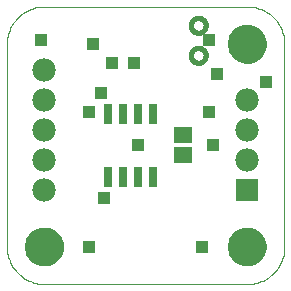
<source format=gts>
G75*
G70*
%OFA0B0*%
%FSLAX24Y24*%
%IPPOS*%
%LPD*%
%AMOC8*
5,1,8,0,0,1.08239X$1,22.5*
%
%ADD10C,0.0000*%
%ADD11C,0.1290*%
%ADD12C,0.0160*%
%ADD13R,0.0780X0.0780*%
%ADD14C,0.0780*%
%ADD15R,0.0276X0.0650*%
%ADD16R,0.0631X0.0552*%
%ADD17R,0.0396X0.0396*%
D10*
X000680Y001930D02*
X000680Y008680D01*
X000682Y008748D01*
X000687Y008815D01*
X000696Y008882D01*
X000709Y008949D01*
X000726Y009014D01*
X000745Y009079D01*
X000769Y009143D01*
X000796Y009205D01*
X000826Y009266D01*
X000859Y009324D01*
X000895Y009381D01*
X000935Y009436D01*
X000977Y009489D01*
X001023Y009540D01*
X001070Y009587D01*
X001121Y009633D01*
X001174Y009675D01*
X001229Y009715D01*
X001286Y009751D01*
X001344Y009784D01*
X001405Y009814D01*
X001467Y009841D01*
X001531Y009865D01*
X001596Y009884D01*
X001661Y009901D01*
X001728Y009914D01*
X001795Y009923D01*
X001862Y009928D01*
X001930Y009930D01*
X008680Y009930D01*
X008748Y009928D01*
X008815Y009923D01*
X008882Y009914D01*
X008949Y009901D01*
X009014Y009884D01*
X009079Y009865D01*
X009143Y009841D01*
X009205Y009814D01*
X009266Y009784D01*
X009324Y009751D01*
X009381Y009715D01*
X009436Y009675D01*
X009489Y009633D01*
X009540Y009587D01*
X009587Y009540D01*
X009633Y009489D01*
X009675Y009436D01*
X009715Y009381D01*
X009751Y009324D01*
X009784Y009266D01*
X009814Y009205D01*
X009841Y009143D01*
X009865Y009079D01*
X009884Y009014D01*
X009901Y008949D01*
X009914Y008882D01*
X009923Y008815D01*
X009928Y008748D01*
X009930Y008680D01*
X009930Y001930D01*
X009928Y001862D01*
X009923Y001795D01*
X009914Y001728D01*
X009901Y001661D01*
X009884Y001596D01*
X009865Y001531D01*
X009841Y001467D01*
X009814Y001405D01*
X009784Y001344D01*
X009751Y001286D01*
X009715Y001229D01*
X009675Y001174D01*
X009633Y001121D01*
X009587Y001070D01*
X009540Y001023D01*
X009489Y000977D01*
X009436Y000935D01*
X009381Y000895D01*
X009324Y000859D01*
X009266Y000826D01*
X009205Y000796D01*
X009143Y000769D01*
X009079Y000745D01*
X009014Y000726D01*
X008949Y000709D01*
X008882Y000696D01*
X008815Y000687D01*
X008748Y000682D01*
X008680Y000680D01*
X001930Y000680D01*
X001862Y000682D01*
X001795Y000687D01*
X001728Y000696D01*
X001661Y000709D01*
X001596Y000726D01*
X001531Y000745D01*
X001467Y000769D01*
X001405Y000796D01*
X001344Y000826D01*
X001286Y000859D01*
X001229Y000895D01*
X001174Y000935D01*
X001121Y000977D01*
X001070Y001023D01*
X001023Y001070D01*
X000977Y001121D01*
X000935Y001174D01*
X000895Y001229D01*
X000859Y001286D01*
X000826Y001344D01*
X000796Y001405D01*
X000769Y001467D01*
X000745Y001531D01*
X000726Y001596D01*
X000709Y001661D01*
X000696Y001728D01*
X000687Y001795D01*
X000682Y001862D01*
X000680Y001930D01*
X001305Y001930D02*
X001307Y001980D01*
X001313Y002029D01*
X001323Y002078D01*
X001336Y002125D01*
X001354Y002172D01*
X001375Y002217D01*
X001399Y002260D01*
X001427Y002301D01*
X001458Y002340D01*
X001492Y002376D01*
X001529Y002410D01*
X001569Y002440D01*
X001610Y002467D01*
X001654Y002491D01*
X001699Y002511D01*
X001746Y002527D01*
X001794Y002540D01*
X001843Y002549D01*
X001893Y002554D01*
X001942Y002555D01*
X001992Y002552D01*
X002041Y002545D01*
X002090Y002534D01*
X002137Y002520D01*
X002183Y002501D01*
X002228Y002479D01*
X002271Y002454D01*
X002311Y002425D01*
X002349Y002393D01*
X002385Y002359D01*
X002418Y002321D01*
X002447Y002281D01*
X002473Y002239D01*
X002496Y002195D01*
X002515Y002149D01*
X002531Y002102D01*
X002543Y002053D01*
X002551Y002004D01*
X002555Y001955D01*
X002555Y001905D01*
X002551Y001856D01*
X002543Y001807D01*
X002531Y001758D01*
X002515Y001711D01*
X002496Y001665D01*
X002473Y001621D01*
X002447Y001579D01*
X002418Y001539D01*
X002385Y001501D01*
X002349Y001467D01*
X002311Y001435D01*
X002271Y001406D01*
X002228Y001381D01*
X002183Y001359D01*
X002137Y001340D01*
X002090Y001326D01*
X002041Y001315D01*
X001992Y001308D01*
X001942Y001305D01*
X001893Y001306D01*
X001843Y001311D01*
X001794Y001320D01*
X001746Y001333D01*
X001699Y001349D01*
X001654Y001369D01*
X001610Y001393D01*
X001569Y001420D01*
X001529Y001450D01*
X001492Y001484D01*
X001458Y001520D01*
X001427Y001559D01*
X001399Y001600D01*
X001375Y001643D01*
X001354Y001688D01*
X001336Y001735D01*
X001323Y001782D01*
X001313Y001831D01*
X001307Y001880D01*
X001305Y001930D01*
X008055Y001930D02*
X008057Y001980D01*
X008063Y002029D01*
X008073Y002078D01*
X008086Y002125D01*
X008104Y002172D01*
X008125Y002217D01*
X008149Y002260D01*
X008177Y002301D01*
X008208Y002340D01*
X008242Y002376D01*
X008279Y002410D01*
X008319Y002440D01*
X008360Y002467D01*
X008404Y002491D01*
X008449Y002511D01*
X008496Y002527D01*
X008544Y002540D01*
X008593Y002549D01*
X008643Y002554D01*
X008692Y002555D01*
X008742Y002552D01*
X008791Y002545D01*
X008840Y002534D01*
X008887Y002520D01*
X008933Y002501D01*
X008978Y002479D01*
X009021Y002454D01*
X009061Y002425D01*
X009099Y002393D01*
X009135Y002359D01*
X009168Y002321D01*
X009197Y002281D01*
X009223Y002239D01*
X009246Y002195D01*
X009265Y002149D01*
X009281Y002102D01*
X009293Y002053D01*
X009301Y002004D01*
X009305Y001955D01*
X009305Y001905D01*
X009301Y001856D01*
X009293Y001807D01*
X009281Y001758D01*
X009265Y001711D01*
X009246Y001665D01*
X009223Y001621D01*
X009197Y001579D01*
X009168Y001539D01*
X009135Y001501D01*
X009099Y001467D01*
X009061Y001435D01*
X009021Y001406D01*
X008978Y001381D01*
X008933Y001359D01*
X008887Y001340D01*
X008840Y001326D01*
X008791Y001315D01*
X008742Y001308D01*
X008692Y001305D01*
X008643Y001306D01*
X008593Y001311D01*
X008544Y001320D01*
X008496Y001333D01*
X008449Y001349D01*
X008404Y001369D01*
X008360Y001393D01*
X008319Y001420D01*
X008279Y001450D01*
X008242Y001484D01*
X008208Y001520D01*
X008177Y001559D01*
X008149Y001600D01*
X008125Y001643D01*
X008104Y001688D01*
X008086Y001735D01*
X008073Y001782D01*
X008063Y001831D01*
X008057Y001880D01*
X008055Y001930D01*
X008055Y008680D02*
X008057Y008730D01*
X008063Y008779D01*
X008073Y008828D01*
X008086Y008875D01*
X008104Y008922D01*
X008125Y008967D01*
X008149Y009010D01*
X008177Y009051D01*
X008208Y009090D01*
X008242Y009126D01*
X008279Y009160D01*
X008319Y009190D01*
X008360Y009217D01*
X008404Y009241D01*
X008449Y009261D01*
X008496Y009277D01*
X008544Y009290D01*
X008593Y009299D01*
X008643Y009304D01*
X008692Y009305D01*
X008742Y009302D01*
X008791Y009295D01*
X008840Y009284D01*
X008887Y009270D01*
X008933Y009251D01*
X008978Y009229D01*
X009021Y009204D01*
X009061Y009175D01*
X009099Y009143D01*
X009135Y009109D01*
X009168Y009071D01*
X009197Y009031D01*
X009223Y008989D01*
X009246Y008945D01*
X009265Y008899D01*
X009281Y008852D01*
X009293Y008803D01*
X009301Y008754D01*
X009305Y008705D01*
X009305Y008655D01*
X009301Y008606D01*
X009293Y008557D01*
X009281Y008508D01*
X009265Y008461D01*
X009246Y008415D01*
X009223Y008371D01*
X009197Y008329D01*
X009168Y008289D01*
X009135Y008251D01*
X009099Y008217D01*
X009061Y008185D01*
X009021Y008156D01*
X008978Y008131D01*
X008933Y008109D01*
X008887Y008090D01*
X008840Y008076D01*
X008791Y008065D01*
X008742Y008058D01*
X008692Y008055D01*
X008643Y008056D01*
X008593Y008061D01*
X008544Y008070D01*
X008496Y008083D01*
X008449Y008099D01*
X008404Y008119D01*
X008360Y008143D01*
X008319Y008170D01*
X008279Y008200D01*
X008242Y008234D01*
X008208Y008270D01*
X008177Y008309D01*
X008149Y008350D01*
X008125Y008393D01*
X008104Y008438D01*
X008086Y008485D01*
X008073Y008532D01*
X008063Y008581D01*
X008057Y008630D01*
X008055Y008680D01*
D11*
X008680Y008680D03*
X008680Y001930D03*
X001930Y001930D03*
D12*
X006805Y008305D02*
X006807Y008336D01*
X006813Y008367D01*
X006823Y008397D01*
X006836Y008425D01*
X006853Y008452D01*
X006873Y008476D01*
X006896Y008498D01*
X006921Y008516D01*
X006949Y008531D01*
X006978Y008543D01*
X007008Y008551D01*
X007039Y008555D01*
X007071Y008555D01*
X007102Y008551D01*
X007132Y008543D01*
X007161Y008531D01*
X007189Y008516D01*
X007214Y008498D01*
X007237Y008476D01*
X007257Y008452D01*
X007274Y008425D01*
X007287Y008397D01*
X007297Y008367D01*
X007303Y008336D01*
X007305Y008305D01*
X007303Y008274D01*
X007297Y008243D01*
X007287Y008213D01*
X007274Y008185D01*
X007257Y008158D01*
X007237Y008134D01*
X007214Y008112D01*
X007189Y008094D01*
X007161Y008079D01*
X007132Y008067D01*
X007102Y008059D01*
X007071Y008055D01*
X007039Y008055D01*
X007008Y008059D01*
X006978Y008067D01*
X006949Y008079D01*
X006921Y008094D01*
X006896Y008112D01*
X006873Y008134D01*
X006853Y008158D01*
X006836Y008185D01*
X006823Y008213D01*
X006813Y008243D01*
X006807Y008274D01*
X006805Y008305D01*
X006805Y009305D02*
X006807Y009336D01*
X006813Y009367D01*
X006823Y009397D01*
X006836Y009425D01*
X006853Y009452D01*
X006873Y009476D01*
X006896Y009498D01*
X006921Y009516D01*
X006949Y009531D01*
X006978Y009543D01*
X007008Y009551D01*
X007039Y009555D01*
X007071Y009555D01*
X007102Y009551D01*
X007132Y009543D01*
X007161Y009531D01*
X007189Y009516D01*
X007214Y009498D01*
X007237Y009476D01*
X007257Y009452D01*
X007274Y009425D01*
X007287Y009397D01*
X007297Y009367D01*
X007303Y009336D01*
X007305Y009305D01*
X007303Y009274D01*
X007297Y009243D01*
X007287Y009213D01*
X007274Y009185D01*
X007257Y009158D01*
X007237Y009134D01*
X007214Y009112D01*
X007189Y009094D01*
X007161Y009079D01*
X007132Y009067D01*
X007102Y009059D01*
X007071Y009055D01*
X007039Y009055D01*
X007008Y009059D01*
X006978Y009067D01*
X006949Y009079D01*
X006921Y009094D01*
X006896Y009112D01*
X006873Y009134D01*
X006853Y009158D01*
X006836Y009185D01*
X006823Y009213D01*
X006813Y009243D01*
X006807Y009274D01*
X006805Y009305D01*
D13*
X008680Y003805D03*
D14*
X008680Y004805D03*
X008680Y005805D03*
X008680Y006805D03*
X001930Y006805D03*
X001930Y007805D03*
X001930Y005805D03*
X001930Y004805D03*
X001930Y003805D03*
D15*
X004055Y004238D03*
X004555Y004238D03*
X005055Y004238D03*
X005555Y004238D03*
X005555Y006364D03*
X005055Y006364D03*
X004555Y006364D03*
X004055Y006364D03*
D16*
X006555Y005640D03*
X006555Y004970D03*
D17*
X007555Y005305D03*
X007430Y006430D03*
X007680Y007680D03*
X007430Y008805D03*
X009305Y007430D03*
X005055Y005305D03*
X003430Y006430D03*
X003805Y007055D03*
X004180Y008055D03*
X003555Y008680D03*
X004930Y008055D03*
X001805Y008805D03*
X003930Y003555D03*
X003430Y001930D03*
X007180Y001930D03*
M02*

</source>
